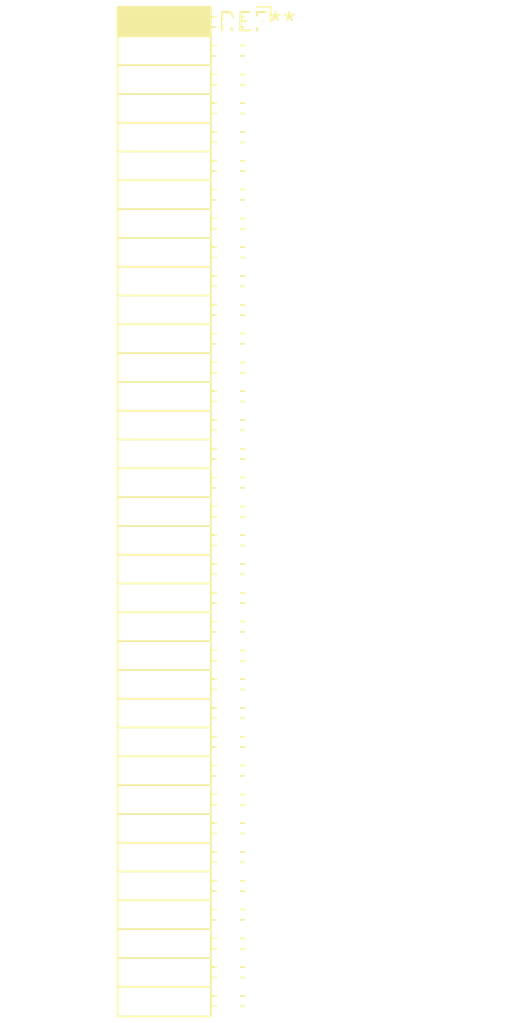
<source format=kicad_pcb>
(kicad_pcb (version 20240108) (generator pcbnew)
  (layers (0 "F.Cu" signal) (31 "B.Cu" signal) (34 "B.Paste" user) (35 "F.Paste" user) (36 "B.SilkS" user "B.Silkscreen") (37 "F.SilkS" user "F.Silkscreen") (38 "B.Mask" user) (39 "F.Mask" user) (44 "Edge.Cuts" user))
  (net 0 "")
  (footprint "PinSocket_2x35_P2.00mm_Horizontal" (layer "F.Cu") (at 0 0)
    (property "Reference" "REF**")
    (property "Value" "PinSocket_2x35_P2.00mm_Horizontal")
    (fp_line (start -9.68 -1.06) (end -9.68 69.06) (layer "F.SilkS") (stroke (width 0.12)))
    (fp_line (start -9.68 -1.06) (end -3.21 -1.06) (layer "F.SilkS") (stroke (width 0.12)))
    (fp_line (start -9.68 -0.94) (end -3.21 -0.94) (layer "F.SilkS") (stroke (width 0.12)))
    (fp_line (start -9.68 -0.825882) (end -3.21 -0.825882) (layer "F.SilkS") (stroke (width 0.12)))
    (fp_line (start -9.68 -0.711764) (end -3.21 -0.711764) (layer "F.SilkS") (stroke (width 0.12)))
    (fp_line (start -9.68 -0.597646) (end -3.21 -0.597646) (layer "F.SilkS") (stroke (width 0.12)))
    (fp_line (start -9.68 -0.483528) (end -3.21 -0.483528) (layer "F.SilkS") (stroke (width 0.12)))
    (fp_line (start -9.68 -0.36941) (end -3.21 -0.36941) (layer "F.SilkS") (stroke (width 0.12)))
    (fp_line (start -9.68 -0.255292) (end -3.21 -0.255292) (layer "F.SilkS") (stroke (width 0.12)))
    (fp_line (start -9.68 -0.141174) (end -3.21 -0.141174) (layer "F.SilkS") (stroke (width 0.12)))
    (fp_line (start -9.68 -0.027056) (end -3.21 -0.027056) (layer "F.SilkS") (stroke (width 0.12)))
    (fp_line (start -9.68 0.087062) (end -3.21 0.087062) (layer "F.SilkS") (stroke (width 0.12)))
    (fp_line (start -9.68 0.20118) (end -3.21 0.20118) (layer "F.SilkS") (stroke (width 0.12)))
    (fp_line (start -9.68 0.315298) (end -3.21 0.315298) (layer "F.SilkS") (stroke (width 0.12)))
    (fp_line (start -9.68 0.429416) (end -3.21 0.429416) (layer "F.SilkS") (stroke (width 0.12)))
    (fp_line (start -9.68 0.543534) (end -3.21 0.543534) (layer "F.SilkS") (stroke (width 0.12)))
    (fp_line (start -9.68 0.657652) (end -3.21 0.657652) (layer "F.SilkS") (stroke (width 0.12)))
    (fp_line (start -9.68 0.77177) (end -3.21 0.77177) (layer "F.SilkS") (stroke (width 0.12)))
    (fp_line (start -9.68 0.885888) (end -3.21 0.885888) (layer "F.SilkS") (stroke (width 0.12)))
    (fp_line (start -9.68 1) (end -3.21 1) (layer "F.SilkS") (stroke (width 0.12)))
    (fp_line (start -9.68 3) (end -3.21 3) (layer "F.SilkS") (stroke (width 0.12)))
    (fp_line (start -9.68 5) (end -3.21 5) (layer "F.SilkS") (stroke (width 0.12)))
    (fp_line (start -9.68 7) (end -3.21 7) (layer "F.SilkS") (stroke (width 0.12)))
    (fp_line (start -9.68 9) (end -3.21 9) (layer "F.SilkS") (stroke (width 0.12)))
    (fp_line (start -9.68 11) (end -3.21 11) (layer "F.SilkS") (stroke (width 0.12)))
    (fp_line (start -9.68 13) (end -3.21 13) (layer "F.SilkS") (stroke (width 0.12)))
    (fp_line (start -9.68 15) (end -3.21 15) (layer "F.SilkS") (stroke (width 0.12)))
    (fp_line (start -9.68 17) (end -3.21 17) (layer "F.SilkS") (stroke (width 0.12)))
    (fp_line (start -9.68 19) (end -3.21 19) (layer "F.SilkS") (stroke (width 0.12)))
    (fp_line (start -9.68 21) (end -3.21 21) (layer "F.SilkS") (stroke (width 0.12)))
    (fp_line (start -9.68 23) (end -3.21 23) (layer "F.SilkS") (stroke (width 0.12)))
    (fp_line (start -9.68 25) (end -3.21 25) (layer "F.SilkS") (stroke (width 0.12)))
    (fp_line (start -9.68 27) (end -3.21 27) (layer "F.SilkS") (stroke (width 0.12)))
    (fp_line (start -9.68 29) (end -3.21 29) (layer "F.SilkS") (stroke (width 0.12)))
    (fp_line (start -9.68 31) (end -3.21 31) (layer "F.SilkS") (stroke (width 0.12)))
    (fp_line (start -9.68 33) (end -3.21 33) (layer "F.SilkS") (stroke (width 0.12)))
    (fp_line (start -9.68 35) (end -3.21 35) (layer "F.SilkS") (stroke (width 0.12)))
    (fp_line (start -9.68 37) (end -3.21 37) (layer "F.SilkS") (stroke (width 0.12)))
    (fp_line (start -9.68 39) (end -3.21 39) (layer "F.SilkS") (stroke (width 0.12)))
    (fp_line (start -9.68 41) (end -3.21 41) (layer "F.SilkS") (stroke (width 0.12)))
    (fp_line (start -9.68 43) (end -3.21 43) (layer "F.SilkS") (stroke (width 0.12)))
    (fp_line (start -9.68 45) (end -3.21 45) (layer "F.SilkS") (stroke (width 0.12)))
    (fp_line (start -9.68 47) (end -3.21 47) (layer "F.SilkS") (stroke (width 0.12)))
    (fp_line (start -9.68 49) (end -3.21 49) (layer "F.SilkS") (stroke (width 0.12)))
    (fp_line (start -9.68 51) (end -3.21 51) (layer "F.SilkS") (stroke (width 0.12)))
    (fp_line (start -9.68 53) (end -3.21 53) (layer "F.SilkS") (stroke (width 0.12)))
    (fp_line (start -9.68 55) (end -3.21 55) (layer "F.SilkS") (stroke (width 0.12)))
    (fp_line (start -9.68 57) (end -3.21 57) (layer "F.SilkS") (stroke (width 0.12)))
    (fp_line (start -9.68 59) (end -3.21 59) (layer "F.SilkS") (stroke (width 0.12)))
    (fp_line (start -9.68 61) (end -3.21 61) (layer "F.SilkS") (stroke (width 0.12)))
    (fp_line (start -9.68 63) (end -3.21 63) (layer "F.SilkS") (stroke (width 0.12)))
    (fp_line (start -9.68 65) (end -3.21 65) (layer "F.SilkS") (stroke (width 0.12)))
    (fp_line (start -9.68 67) (end -3.21 67) (layer "F.SilkS") (stroke (width 0.12)))
    (fp_line (start -9.68 69.06) (end -3.21 69.06) (layer "F.SilkS") (stroke (width 0.12)))
    (fp_line (start -3.21 -1.06) (end -3.21 69.06) (layer "F.SilkS") (stroke (width 0.12)))
    (fp_line (start -3.21 -0.36) (end -2.862917 -0.36) (layer "F.SilkS") (stroke (width 0.12)))
    (fp_line (start -3.21 0.36) (end -2.862917 0.36) (layer "F.SilkS") (stroke (width 0.12)))
    (fp_line (start -3.21 1.64) (end -2.862917 1.64) (layer "F.SilkS") (stroke (width 0.12)))
    (fp_line (start -3.21 2.36) (end -2.862917 2.36) (layer "F.SilkS") (stroke (width 0.12)))
    (fp_line (start -3.21 3.64) (end -2.862917 3.64) (layer "F.SilkS") (stroke (width 0.12)))
    (fp_line (start -3.21 4.36) (end -2.862917 4.36) (layer "F.SilkS") (stroke (width 0.12)))
    (fp_line (start -3.21 5.64) (end -2.862917 5.64) (layer "F.SilkS") (stroke (width 0.12)))
    (fp_line (start -3.21 6.36) (end -2.862917 6.36) (layer "F.SilkS") (stroke (width 0.12)))
    (fp_line (start -3.21 7.64) (end -2.862917 7.64) (layer "F.SilkS") (stroke (width 0.12)))
    (fp_line (start -3.21 8.36) (end -2.862917 8.36) (layer "F.SilkS") (stroke (width 0.12)))
    (fp_line (start -3.21 9.64) (end -2.862917 9.64) (layer "F.SilkS") (stroke (width 0.12)))
    (fp_line (start -3.21 10.36) (end -2.862917 10.36) (layer "F.SilkS") (stroke (width 0.12)))
    (fp_line (start -3.21 11.64) (end -2.862917 11.64) (layer "F.SilkS") (stroke (width 0.12)))
    (fp_line (start -3.21 12.36) (end -2.862917 12.36) (layer "F.SilkS") (stroke (width 0.12)))
    (fp_line (start -3.21 13.64) (end -2.862917 13.64) (layer "F.SilkS") (stroke (width 0.12)))
    (fp_line (start -3.21 14.36) (end -2.862917 14.36) (layer "F.SilkS") (stroke (width 0.12)))
    (fp_line (start -3.21 15.64) (end -2.862917 15.64) (layer "F.SilkS") (stroke (width 0.12)))
    (fp_line (start -3.21 16.36) (end -2.862917 16.36) (layer "F.SilkS") (stroke (width 0.12)))
    (fp_line (start -3.21 17.64) (end -2.862917 17.64) (layer "F.SilkS") (stroke (width 0.12)))
    (fp_line (start -3.21 18.36) (end -2.862917 18.36) (layer "F.SilkS") (stroke (width 0.12)))
    (fp_line (start -3.21 19.64) (end -2.862917 19.64) (layer "F.SilkS") (stroke (width 0.12)))
    (fp_line (start -3.21 20.36) (end -2.862917 20.36) (layer "F.SilkS") (stroke (width 0.12)))
    (fp_line (start -3.21 21.64) (end -2.862917 21.64) (layer "F.SilkS") (stroke (width 0.12)))
    (fp_line (start -3.21 22.36) (end -2.862917 22.36) (layer "F.SilkS") (stroke (width 0.12)))
    (fp_line (start -3.21 23.64) (end -2.862917 23.64) (layer "F.SilkS") (stroke (width 0.12)))
    (fp_line (start -3.21 24.36) (end -2.862917 24.36) (layer "F.SilkS") (stroke (width 0.12)))
    (fp_line (start -3.21 25.64) (end -2.862917 25.64) (layer "F.SilkS") (stroke (width 0.12)))
    (fp_line (start -3.21 26.36) (end -2.862917 26.36) (layer "F.SilkS") (stroke (width 0.12)))
    (fp_line (start -3.21 27.64) (end -2.862917 27.64) (layer "F.SilkS") (stroke (width 0.12)))
    (fp_line (start -3.21 28.36) (end -2.862917 28.36) (layer "F.SilkS") (stroke (width 0.12)))
    (fp_line (start -3.21 29.64) (end -2.862917 29.64) (layer "F.SilkS") (stroke (width 0.12)))
    (fp_line (start -3.21 30.36) (end -2.862917 30.36) (layer "F.SilkS") (stroke (width 0.12)))
    (fp_line (start -3.21 31.64) (end -2.862917 31.64) (layer "F.SilkS") (stroke (width 0.12)))
    (fp_line (start -3.21 32.36) (end -2.862917 32.36) (layer "F.SilkS") (stroke (width 0.12)))
    (fp_line (start -3.21 33.64) (end -2.862917 33.64) (layer "F.SilkS") (stroke (width 0.12)))
    (fp_line (start -3.21 34.36) (end -2.862917 34.36) (layer "F.SilkS") (stroke (width 0.12)))
    (fp_line (start -3.21 35.64) (end -2.862917 35.64) (layer "F.SilkS") (stroke (width 0.12)))
    (fp_line (start -3.21 36.36) (end -2.862917 36.36) (layer "F.SilkS") (stroke (width 0.12)))
    (fp_line (start -3.21 37.64) (end -2.862917 37.64) (layer "F.SilkS") (stroke (width 0.12)))
    (fp_line (start -3.21 38.36) (end -2.862917 38.36) (layer "F.SilkS") (stroke (width 0.12)))
    (fp_line (start -3.21 39.64) (end -2.862917 39.64) (layer "F.SilkS") (stroke (width 0.12)))
    (fp_line (start -3.21 40.36) (end -2.862917 40.36) (layer "F.SilkS") (stroke (width 0.12)))
    (fp_line (start -3.21 41.64) (end -2.862917 41.64) (layer "F.SilkS") (stroke (width 0.12)))
    (fp_line (start -3.21 42.36) (end -2.862917 42.36) (layer "F.SilkS") (stroke (width 0.12)))
    (fp_line (start -3.21 43.64) (end -2.862917 43.64) (layer "F.SilkS") (stroke (width 0.12)))
    (fp_line (start -3.21 44.36) (end -2.862917 44.36) (layer "F.SilkS") (stroke (width 0.12)))
    (fp_line (start -3.21 45.64) (end -2.862917 45.64) (layer "F.SilkS") (stroke (width 0.12)))
    (fp_line (start -3.21 46.36) (end -2.862917 46.36) (layer "F.SilkS") (stroke (width 0.12)))
    (fp_line (start -3.21 47.64) (end -2.862917 47.64) (layer "F.SilkS") (stroke (width 0.12)))
    (fp_line (start -3.21 48.36) (end -2.862917 48.36) (layer "F.SilkS") (stroke (width 0.12)))
    (fp_line (start -3.21 49.64) (end -2.862917 49.64) (layer "F.SilkS") (stroke (width 0.12)))
    (fp_line (start -3.21 50.36) (end -2.862917 50.36) (layer "F.SilkS") (stroke (width 0.12)))
    (fp_line (start -3.21 51.64) (end -2.862917 51.64) (layer "F.SilkS") (stroke (width 0.12)))
    (fp_line (start -3.21 52.36) (end -2.862917 52.36) (layer "F.SilkS") (stroke (width 0.12)))
    (fp_line (start -3.21 53.64) (end -2.862917 53.64) (layer "F.SilkS") (stroke (width 0.12)))
    (fp_line (start -3.21 54.36) (end -2.862917 54.36) (layer "F.SilkS") (stroke (width 0.12)))
    (fp_line (start -3.21 55.64) (end -2.862917 55.64) (layer "F.SilkS") (stroke (width 0.12)))
    (fp_line (start -3.21 56.36) (end -2.862917 56.36) (layer "F.SilkS") (stroke (width 0.12)))
    (fp_line (start -3.21 57.64) (end -2.862917 57.64) (layer "F.SilkS") (stroke (width 0.12)))
    (fp_line (start -3.21 58.36) (end -2.862917 58.36) (layer "F.SilkS") (stroke (width 0.12)))
    (fp_line (start -3.21 59.64) (end -2.862917 59.64) (layer "F.SilkS") (stroke (width 0.12)))
    (fp_line (start -3.21 60.36) (end -2.862917 60.36) (layer "F.SilkS") (stroke (width 0.12)))
    (fp_line (start -3.21 61.64) (end -2.862917 61.64) (layer "F.SilkS") (stroke (width 0.12)))
    (fp_line (start -3.21 62.36) (end -2.862917 62.36) (layer "F.SilkS") (stroke (width 0.12)))
    (fp_line (start -3.21 63.64) (end -2.862917 63.64) (layer "F.SilkS") (stroke (width 0.12)))
    (fp_line (start -3.21 64.36) (end -2.862917 64.36) (layer "F.SilkS") (stroke (width 0.12)))
    (fp_line (start -3.21 65.64) (end -2.862917 65.64) (layer "F.SilkS") (stroke (width 0.12)))
    (fp_line (start -3.21 66.36) (end -2.862917 66.36) (layer "F.SilkS") (stroke (width 0.12)))
    (fp_line (start -3.21 67.64) (end -2.862917 67.64) (layer "F.SilkS") (stroke (width 0.12)))
    (fp_line (start -3.21 68.36) (end -2.862917 68.36) (layer "F.SilkS") (stroke (width 0.12)))
    (fp_line (start -1.137083 -0.36) (end -0.935 -0.36) (layer "F.SilkS") (stroke (width 0.12)))
    (fp_line (start -1.137083 0.36) (end -0.935 0.36) (layer "F.SilkS") (stroke (width 0.12)))
    (fp_line (start -1.137083 1.64) (end -0.862917 1.64) (layer "F.SilkS") (stroke (width 0.12)))
    (fp_line (start -1.137083 2.36) (end -0.862917 2.36) (layer "F.SilkS") (stroke (width 0.12)))
    (fp_line (start -1.137083 3.64) (end -0.862917 3.64) (layer "F.SilkS") (stroke (width 0.12)))
    (fp_line (start -1.137083 4.36) (end -0.862917 4.36) (layer "F.SilkS") (stroke (width 0.12)))
    (fp_line (start -1.137083 5.64) (end -0.862917 5.64) (layer "F.SilkS") (stroke (width 0.12)))
    (fp_line (start -1.137083 6.36) (end -0.862917 6.36) (layer "F.SilkS") (stroke (width 0.12)))
    (fp_line (start -1.137083 7.64) (end -0.862917 7.64) (layer "F.SilkS") (stroke (width 0.12)))
    (fp_line (start -1.137083 8.36) (end -0.862917 8.36) (layer "F.SilkS") (stroke (width 0.12)))
    (fp_line (start -1.137083 9.64) (end -0.862917 9.64) (layer "F.SilkS") (stroke (width 0.12)))
    (fp_line (start -1.137083 10.36) (end -0.862917 10.36) (layer "F.SilkS") (stroke (width 0.12)))
    (fp_line (start -1.137083 11.64) (end -0.862917 11.64) (layer "F.SilkS") (stroke (width 0.12)))
    (fp_line (start -1.137083 12.36) (end -0.862917 12.36) (layer "F.SilkS") (stroke (width 0.12)))
    (fp_line (start -1.137083 13.64) (end -0.862917 13.64) (layer "F.SilkS") (stroke (width 0.12)))
    (fp_line (start -1.137083 14.36) (end -0.862917 14.36) (layer "F.SilkS") (stroke (width 0.12)))
    (fp_line (start -1.137083 15.64) (end -0.862917 15.64) (layer "F.SilkS") (stroke (width 0.12)))
    (fp_line (start -1.137083 16.36) (end -0.862917 16.36) (layer "F.SilkS") (stroke (width 0.12)))
    (fp_line (start -1.137083 17.64) (end -0.862917 17.64) (layer "F.SilkS") (stroke (width 0.12)))
    (fp_line (start -1.137083 18.36) (end -0.862917 18.36) (layer "F.SilkS") (stroke (width 0.12)))
    (fp_line (start -1.137083 19.64) (end -0.862917 19.64) (layer "F.SilkS") (stroke (width 0.12)))
    (fp_line (start -1.137083 20.36) (end -0.862917 20.36) (layer "F.SilkS") (stroke (width 0.12)))
    (fp_line (start -1.137083 21.64) (end -0.862917 21.64) (layer "F.SilkS") (stroke (width 0.12)))
    (fp_line (start -1.137083 22.36) (end -0.862917 22.36) (layer "F.SilkS") (stroke (width 0.12)))
    (fp_line (start -1.137083 23.64) (end -0.862917 23.64) (layer "F.SilkS") (stroke (width 0.12)))
    (fp_line (start -1.137083 24.36) (end -0.862917 24.36) (layer "F.SilkS") (stroke (width 0.12)))
    (fp_line (start -1.137083 25.64) (end -0.862917 25.64) (layer "F.SilkS") (stroke (width 0.12)))
    (fp_line (start -1.137083 26.36) (end -0.862917 26.36) (layer "F.SilkS") (stroke (width 0.12)))
    (fp_line (start -1.137083 27.64) (end -0.862917 27.64) (layer "F.SilkS") (stroke (width 0.12)))
    (fp_line (start -1.137083 28.36) (end -0.862917 28.36) (layer "F.SilkS") (stroke (width 0.12)))
    (fp_line (start -1.137083 29.64) (end -0.862917 29.64) (layer "F.SilkS") (stroke (width 0.12)))
    (fp_line (start -1.137083 30.36) (end -0.862917 30.36) (layer "F.SilkS") (stroke (width 0.12)))
    (fp_line (start -1.137083 31.64) (end -0.862917 31.64) (layer "F.SilkS") (stroke (width 0.12)))
    (fp_line (start -1.137083 32.36) (end -0.862917 32.36) (layer "F.SilkS") (stroke (width 0.12)))
    (fp_line (start -1.137083 33.64) (end -0.862917 33.64) (layer "F.SilkS") (stroke (width 0.12)))
    (fp_line (start -1.137083 34.36) (end -0.862917 34.36) (layer "F.SilkS") (stroke (width 0.12)))
    (fp_line (start -1.137083 35.64) (end -0.862917 35.64) (layer "F.SilkS") (stroke (width 0.12)))
    (fp_line (start -1.137083 36.36) (end -0.862917 36.36) (layer "F.SilkS") (stroke (width 0.12)))
    (fp_line (start -1.137083 37.64) (end -0.862917 37.64) (layer "F.SilkS") (stroke (width 0.12)))
    (fp_line (start -1.137083 38.36) (end -0.862917 38.36) (layer "F.SilkS") (stroke (width 0.12)))
    (fp_line (start -1.137083 39.64) (end -0.862917 39.64) (layer "F.SilkS") (stroke (width 0.12)))
    (fp_line (start -1.137083 40.36) (end -0.862917 40.36) (layer "F.SilkS") (stroke (width 0.12)))
    (fp_line (start -1.137083 41.64) (end -0.862917 41.64) (layer "F.SilkS") (stroke (width 0.12)))
    (fp_line (start -1.137083 42.36) (end -0.862917 42.36) (layer "F.SilkS") (stroke (width 0.12)))
    (fp_line (start -1.137083 43.64) (end -0.862917 43.64) (layer "F.SilkS") (stroke (width 0.12)))
    (fp_line (start -1.137083 44.36) (end -0.862917 44.36) (layer "F.SilkS") (stroke (width 0.12)))
    (fp_line (start -1.137083 45.64) (end -0.862917 45.64) (layer "F.SilkS") (stroke (width 0.12)))
    (fp_line (start -1.137083 46.36) (end -0.862917 46.36) (layer "F.SilkS") (stroke (width 0.12)))
    (fp_line (start -1.137083 47.64) (end -0.862917 47.64) (layer "F.SilkS") (stroke (width 0.12)))
    (fp_line (start -1.137083 48.36) (end -0.862917 48.36) (layer "F.SilkS") (stroke (width 0.12)))
    (fp_line (start -1.137083 49.64) (end -0.862917 49.64) (layer "F.SilkS") (stroke (width 0.12)))
    (fp_line (start -1.137083 50.36) (end -0.862917 50.36) (layer "F.SilkS") (stroke (width 0.12)))
    (fp_line (start -1.137083 51.64) (end -0.862917 51.64) (layer "F.SilkS") (stroke (width 0.12)))
    (fp_line (start -1.137083 52.36) (end -0.862917 52.36) (layer "F.SilkS") (stroke (width 0.12)))
    (fp_line (start -1.137083 53.64) (end -0.862917 53.64) (layer "F.SilkS") (stroke (width 0.12)))
    (fp_line (start -1.137083 54.36) (end -0.862917 54.36) (layer "F.SilkS") (stroke (width 0.12)))
    (fp_line (start -1.137083 55.64) (end -0.862917 55.64) (layer "F.SilkS") (stroke (width 0.12)))
    (fp_line (start -1.137083 56.36) (end -0.862917 56.36) (layer "F.SilkS") (stroke (width 0.12)))
    (fp_line (start -1.137083 57.64) (end -0.862917 57.64) (layer "F.SilkS") (stroke (width 0.12)))
    (fp_line (start -1.137083 58.36) (end -0.862917 58.36) (layer "F.SilkS") (stroke (width 0.12)))
    (fp_line (start -1.137083 59.64) (end -0.862917 59.64) (layer "F.SilkS") (stroke (width 0.12)))
    (fp_line (start -1.137083 60.36) (end -0.862917 60.36) (layer "F.SilkS") (stroke (width 0.12)))
    (fp_line (start -1.137083 61.64) (end -0.862917 61.64) (layer "F.SilkS") (stroke (width 0.12)))
    (fp_line (start -1.137083 62.36) (end -0.862917 62.36) (layer "F.SilkS") (stroke (width 0.12)))
    (fp_line (start -1.137083 63.64) (end -0.862917 63.64) (layer "F.SilkS") (stroke (width 0.12)))
    (fp_line (start -1.137083 64.36) (end -0.862917 64.36) (layer "F.SilkS") (stroke (width 0.12)))
    (fp_line (start -1.137083 65.64) (end -0.862917 65.64) (layer "F.SilkS") (stroke (width 0.12)))
    (fp_line (start -1.137083 66.36) (end -0.862917 66.36) (layer "F.SilkS") (stroke (width 0.12)))
    (fp_line (start -1.137083 67.64) (end -0.862917 67.64) (layer "F.SilkS") (stroke (width 0.12)))
    (fp_line (start -1.137083 68.36) (end -0.862917 68.36) (layer "F.SilkS") (stroke (width 0.12)))
    (fp_line (start 0 -1.06) (end 0.935 -1.06) (layer "F.SilkS") (stroke (width 0.12)))
    (fp_line (start 0.935 -1.06) (end 0.935 0) (layer "F.SilkS") (stroke (width 0.12)))
    (pad "1" thru_hole rect (at 0 0) (size 1.35 1.35) (drill 0.8) (layers *.Cu *.Mask) (remove_unused_layers))
    (pad "2" thru_hole oval (at -2 0) (size 1.35 1.35) (drill 0.8) (layers *.Cu *.Mask) (remove_unused_layers))
    (pad "3" thru_hole oval (at 0 2) (size 1.35 1.35) (drill 0.8) (layers *.Cu *.Mask) (remove_unused_layers))
    (pad "4" thru_hole oval (at -2 2) (size 1.35 1.35) (drill 0.8) (layers *.Cu *.Mask) (remove_unused_layers))
    (pad "5" thru_hole oval (at 0 4) (size 1.35 1.35) (drill 0.8) (layers *.Cu *.Mask) (remove_unused_layers))
    (pad "6" thru_hole oval (at -2 4) (size 1.35 1.35) (drill 0.8) (layers *.Cu *.Mask) (remove_unused_layers))
    (pad "7" thru_hole oval (at 0 6) (size 1.35 1.35) (drill 0.8) (layers *.Cu *.Mask) (remove_unused_layers))
    (pad "8" thru_hole oval (at -2 6) (size 1.35 1.35) (drill 0.8) (layers *.Cu *.Mask) (remove_unused_layers))
    (pad "9" thru_hole oval (at 0 8) (size 1.35 1.35) (drill 0.8) (layers *.Cu *.Mask) (remove_unused_layers))
    (pad "10" thru_hole oval (at -2 8) (size 1.35 1.35) (drill 0.8) (layers *.Cu *.Mask) (remove_unused_layers))
    (pad "11" thru_hole oval (at 0 10) (size 1.35 1.35) (drill 0.8) (layers *.Cu *.Mask) (remove_unused_layers))
    (pad "12" thru_hole oval (at -2 10) (size 1.35 1.35) (drill 0.8) (layers *.Cu *.Mask) (remove_unused_layers))
    (pad "13" thru_hole oval (at 0 12) (size 1.35 1.35) (drill 0.8) (layers *.Cu *.Mask) (remove_unused_layers))
    (pad "14" thru_hole oval (at -2 12) (size 1.35 1.35) (drill 0.8) (layers *.Cu *.Mask) (remove_unused_layers))
    (pad "15" thru_hole oval (at 0 14) (size 1.35 1.35) (drill 0.8) (layers *.Cu *.Mask) (remove_unused_layers))
    (pad "16" thru_hole oval (at -2 14) (size 1.35 1.35) (drill 0.8) (layers *.Cu *.Mask) (remove_unused_layers))
    (pad "17" thru_hole oval (at 0 16) (size 1.35 1.35) (drill 0.8) (layers *.Cu *.Mask) (remove_unused_layers))
    (pad "18" thru_hole oval (at -2 16) (size 1.35 1.35) (drill 0.8) (layers *.Cu *.Mask) (remove_unused_layers))
    (pad "19" thru_hole oval (at 0 18) (size 1.35 1.35) (drill 0.8) (layers *.Cu *.Mask) (remove_unused_layers))
    (pad "20" thru_hole oval (at -2 18) (size 1.35 1.35) (drill 0.8) (layers *.Cu *.Mask) (remove_unused_layers))
    (pad "21" thru_hole oval (at 0 20) (size 1.35 1.35) (drill 0.8) (layers *.Cu *.Mask) (remove_unused_layers))
    (pad "22" thru_hole oval (at -2 20) (size 1.35 1.35) (drill 0.8) (layers *.Cu *.Mask) (remove_unused_layers))
    (pad "23" thru_hole oval (at 0 22) (size 1.35 1.35) (drill 0.8) (layers *.Cu *.Mask) (remove_unused_layers))
    (pad "24" thru_hole oval (at -2 22) (size 1.35 1.35) (drill 0.8) (layers *.Cu *.Mask) (remove_unused_layers))
    (pad "25" thru_hole oval (at 0 24) (size 1.35 1.35) (drill 0.8) (layers *.Cu *.Mask) (remove_unused_layers))
    (pad "26" thru_hole oval (at -2 24) (size 1.35 1.35) (drill 0.8) (layers *.Cu *.Mask) (remove_unused_layers))
    (pad "27" thru_hole oval (at 0 26) (size 1.35 1.35) (drill 0.8) (layers *.Cu *.Mask) (remove_unused_layers))
    (pad "28" thru_hole oval (at -2 26) (size 1.35 1.35) (drill 0.8) (layers *.Cu *.Mask) (remove_unused_layers))
    (pad "29" thru_hole oval (at 0 28) (size 1.35 1.35) (drill 0.8) (layers *.Cu *.Mask) (remove_unused_layers))
    (pad "30" thru_hole oval (at -2 28) (size 1.35 1.35) (drill 0.8) (layers *.Cu *.Mask) (remove_unused_layers))
    (pad "31" thru_hole oval (at 0 30) (size 1.35 1.35) (drill 0.8) (layers *.Cu *.Mask) (remove_unused_layers))
    (pad "32" thru_hole oval (at -2 30) (size 1.35 1.35) (drill 0.8) (layers *.Cu *.Mask) (remove_unused_layers))
    (pad "33" thru_hole oval (at 0 32) (size 1.35 1.35) (drill 0.8) (layers *.Cu *.Mask) (remove_unused_layers))
    (pad "34" thru_hole oval (at -2 32) (size 1.35 1.35) (drill 0.8) (layers *.Cu *.Mask) (remove_unused_layers))
    (pad "35" thru_hole oval (at 0 34) (size 1.35 1.35) (drill 0.8) (layers *.Cu *.Mask) (remove_unused_layers))
    (pad "36" thru_hole oval (at -2 34) (size 1.35 1.35) (drill 0.8) (layers *.Cu *.Mask) (remove_unused_layers))
    (pad "37" thru_hole oval (at 0 36) (size 1.35 1.35) (drill 0.8) (layers *.Cu *.Mask) (remove_unused_layers))
    (pad "38" thru_hole oval (at -2 36) (size 1.35 1.35) (drill 0.8) (layers *.Cu *.Mask) (remove_unused_layers))
    (pad "39" thru_hole oval (at 0 38) (size 1.35 1.35) (drill 0.8) (layers *.Cu *.Mask) (remove_unused_layers))
    (pad "40" thru_hole oval (at -2 38) (size 1.35 1.35) (drill 0.8) (layers *.Cu *.Mask) (remove_unused_layers))
    (pad "41" thru_hole oval (at 0 40) (size 1.35 1.35) (drill 0.8) (layers *.Cu *.Mask) (remove_unused_layers))
    (pad "42" thru_hole oval (at -2 40) (size 1.35 1.35) (drill 0.8) (layers *.Cu *.Mask) (remove_unused_layers))
    (pad "43" thru_hole oval (at 0 42) (size 1.35 1.35) (drill 0.8) (layers *.Cu *.Mask) (remove_unused_layers))
    (pad "44" thru_hole oval (at -2 42) (size 1.35 1.35) (drill 0.8) (layers *.Cu *.Mask) (remove_unused_layers))
    (pad "45" thru_hole oval (at 0 44) (size 1.35 1.35) (drill 0.8) (layers *.Cu *.Mask) (remove_unused_layers))
    (pad "46" thru_hole oval (at -2 44) (size 1.35 1.35) (drill 0.8) (layers *.Cu *.Mask) (remove_unused_layers))
    (pad "47" thru_hole oval (at 0 46) (size 1.35 1.35) (drill 0.8) (layers *.Cu *.Mask) (remove_unused_layers))
    (pad "48" thru_hole oval (at -2 46) (size 1.35 1.35) (drill 0.8) (layers *.Cu *.Mask) (remove_unused_layers))
    (pad "49" thru_hole oval (at 0 48) (size 1.35 1.35) (drill 0.8) (layers *.Cu *.Mask) (remove_unused_layers))
    (pad "50" thru_hole oval (at -2 48) (size 1.35 1.35) (drill 0.8) (layers *.Cu *.Mask) (remove_unused_layers))
    (pad "51" thru_hole oval (at 0 50) (size 1.35 1.35) (drill 0.8) (layers *.Cu *.Mask) (remove_unused_layers))
    (pad "52" thru_hole oval (at -2 50) (size 1.35 1.35) (drill 0.8) (layers *.Cu *.Mask) (remove_unused_layers))
    (pad "53" thru_hole oval (at 0 52) (size 1.35 1.35) (drill 0.8) (layers *.Cu *.Mask) (remove_unused_layers))
    (pad "54" thru_hole oval (at -2 52) (size 1.35 1.35) (drill 0.8) (layers *.Cu *.Mask) (remove_unused_layers))
    (pad "55" thru_hole oval (at 0 54) (size 1.35 1.35) (drill 0.8) (layers *.Cu *.Mask) (remove_unused_layers))
    (pad "56" thru_hole oval (at -2 54) (size 1.35 1.35) (drill 0.8) (layers *.Cu *.Mask) (remove_unused_layers))
    (pad "57" thru_hole oval (at 0 56) (size 1.35 1.35) (drill 0.8) (layers *.Cu *.Mask) (remove_unused_layers))
    (pad "58" thru_hole oval (at -2 56) (size 1.35 1.35) (drill 0.8) (layers *.Cu *.Mask) (remove_unused_layers))
    (pad "59" thru_hole oval (at 0 58) (size 1.35 1.35) (drill 0.8) (layers *.Cu *.Mask) (remove_unused_layers))
    (pad "60" thru_hole oval (at -2 58) (size 1.35 1.35) (drill 0.8) (layers *.Cu *.Mask) (remove_unused_layers))
    (pad "61" thru_hole oval (at 0 60) (size 1.35 1.35) (drill 0.8) (layers *.Cu *.Mask) (remove_unused_layers))
    (pad "62" thru_hole oval (at -2 60) (size 1.35 1.35) (drill 0.8) (layers *.Cu *.Mask) (remove_unused_layers))
    (pad "63" thru_hole oval (at 0 62) (size 1.35 1.35) (drill 0.8) (layers *.Cu *.Mask) (remove_unused_layers))
    (pad "64" thru_hole oval (at -2 62) (size 1.35 1.35) (drill 0.8) (layers *.Cu *.Mask) (remove_unused_layers))
    (pad "65" thru_hole oval (at 0 64) (size 1.35 1.35) (drill 0.8) (layers *.Cu *.Mask) (remove_unused_layers))
    (pad "66" thru_hole oval (at -2 64) (size 1.35 1.35) (drill 0.8) (layers *.Cu *.Mask) (remove_unused_layers))
    (pad "67" thru_hole oval (at 0 66) (size 1.35 1.35) (drill 0.8) (layers *.Cu *.Mask) (remove_unused_layers))
    (pad "68" thru_hole oval (at -2 66) (size 1.35 1.35) (drill 0.8) (layers *.Cu *.Mask) (remove_unused_layers))
    (pad "69" thru_hole oval (at 0 68) (size 1.35 1.35) (drill 0.8) (layers *.Cu *.Mask) (remove_unused_layers))
    (pad "70" thru_hole oval (at -2 68) (size 1.35 1.35) (drill 0.8) (layers *.Cu *.Mask) (remove_unused_layers))
  )
)
</source>
